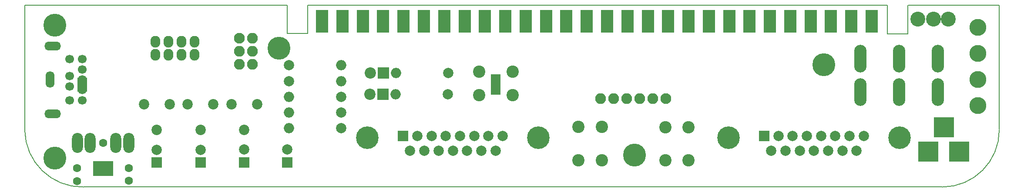
<source format=gbs>
G04 #@! TF.FileFunction,Soldermask,Bot*
%FSLAX46Y46*%
G04 Gerber Fmt 4.6, Leading zero omitted, Abs format (unit mm)*
G04 Created by KiCad (PCBNEW 4.0.7) date 05/21/21 15:04:17*
%MOMM*%
%LPD*%
G01*
G04 APERTURE LIST*
%ADD10C,0.100000*%
%ADD11C,0.150000*%
%ADD12C,1.600000*%
%ADD13R,3.900000X2.900000*%
%ADD14O,2.150000X3.900000*%
%ADD15C,3.300000*%
%ADD16R,3.900000X3.900000*%
%ADD17R,2.000000X2.000000*%
%ADD18C,2.000000*%
%ADD19C,4.400000*%
%ADD20C,4.464000*%
%ADD21R,2.200000X2.200000*%
%ADD22C,2.200000*%
%ADD23O,2.000000X2.000000*%
%ADD24R,2.400000X4.400000*%
%ADD25C,2.400000*%
%ADD26R,1.900000X1.400000*%
%ADD27O,1.900000X2.300000*%
%ADD28C,2.900000*%
%ADD29C,2.020000*%
%ADD30C,2.100000*%
%ADD31O,2.100000X2.100000*%
%ADD32O,2.400000X5.400000*%
%ADD33O,3.200000X1.700000*%
%ADD34C,1.700000*%
%ADD35O,1.700000X3.200000*%
G04 APERTURE END LIST*
D10*
D11*
X244827000Y-120403000D02*
X77789000Y-120403000D01*
X255937000Y-84980000D02*
X255937000Y-109124000D01*
X238205000Y-84963000D02*
X255937000Y-84963000D01*
X238174000Y-90527000D02*
X238174000Y-84957000D01*
X244851000Y-120412000D02*
G75*
G03X255943000Y-109264000I-28000J11120000D01*
G01*
X66349000Y-109342000D02*
G75*
G03X77749000Y-120406000I11232000J168000D01*
G01*
X66349000Y-84935000D02*
X66349000Y-109258000D01*
X234151000Y-90527000D02*
X234151000Y-84957000D01*
X121369000Y-84970000D02*
X121369000Y-90500000D01*
X117402000Y-84931000D02*
X117402000Y-90497000D01*
X117398000Y-84931000D02*
X66355000Y-84931000D01*
X238164000Y-90525000D02*
X234144000Y-90525000D01*
X121369000Y-84960000D02*
X234149000Y-84960000D01*
X117399000Y-90500000D02*
X121369000Y-90500000D01*
D12*
X76557000Y-116710000D03*
X76547000Y-119240000D03*
X86607000Y-119200000D03*
X86577000Y-116710000D03*
D13*
X81567000Y-116786000D03*
D14*
X76567000Y-111780000D03*
X86567000Y-111780000D03*
X79067000Y-111780000D03*
X84067000Y-111780000D03*
D12*
X81567000Y-111850000D03*
D15*
X251784000Y-89312000D03*
X251784000Y-94392000D03*
X251784000Y-99472000D03*
X251784000Y-104552000D03*
D16*
X242152000Y-113479000D03*
X248152000Y-113479000D03*
X245152000Y-108779000D03*
D17*
X92000000Y-115625000D03*
D18*
X92000000Y-113125000D03*
D17*
X139937000Y-110454000D03*
D18*
X142707000Y-110454000D03*
X145477000Y-110454000D03*
X148247000Y-110454000D03*
X151017000Y-110454000D03*
X153787000Y-110454000D03*
X156557000Y-110454000D03*
X159327000Y-110454000D03*
X141322000Y-113294000D03*
X144092000Y-113294000D03*
X146862000Y-113294000D03*
X149632000Y-113294000D03*
X152402000Y-113294000D03*
X155172000Y-113294000D03*
X157942000Y-113294000D03*
D19*
X132982000Y-110754000D03*
X166282000Y-110754000D03*
D20*
X184982000Y-114175000D03*
D17*
X210187000Y-110454000D03*
D18*
X212957000Y-110454000D03*
X215727000Y-110454000D03*
X218497000Y-110454000D03*
X221267000Y-110454000D03*
X224037000Y-110454000D03*
X226807000Y-110454000D03*
X229577000Y-110454000D03*
X211572000Y-113294000D03*
X214342000Y-113294000D03*
X217112000Y-113294000D03*
X219882000Y-113294000D03*
X222652000Y-113294000D03*
X225422000Y-113294000D03*
X228192000Y-113294000D03*
D19*
X203232000Y-110754000D03*
X236532000Y-110754000D03*
D17*
X100550000Y-115625000D03*
D18*
X100550000Y-113125000D03*
D17*
X109050000Y-115600000D03*
D18*
X109050000Y-113100000D03*
D21*
X136067000Y-102326000D03*
D22*
X133527000Y-102326000D03*
D18*
X148686000Y-102328000D03*
D23*
X138526000Y-102328000D03*
D18*
X148697000Y-98209000D03*
D23*
X138537000Y-98209000D03*
D18*
X117775000Y-99775000D03*
D23*
X127935000Y-99775000D03*
D18*
X127903000Y-105855000D03*
D23*
X117743000Y-105855000D03*
D18*
X127900000Y-102800000D03*
D23*
X117740000Y-102800000D03*
D18*
X127900000Y-108900000D03*
D23*
X117740000Y-108900000D03*
D21*
X136108000Y-98195000D03*
D22*
X133568000Y-98195000D03*
D18*
X117775000Y-96698000D03*
D23*
X127935000Y-96698000D03*
D17*
X117450000Y-115600000D03*
D18*
X117450000Y-113100000D03*
D20*
X72158000Y-114744000D03*
D24*
X124197000Y-88124000D03*
X128157000Y-88124000D03*
X132117000Y-88124000D03*
X136077000Y-88124000D03*
X140037000Y-88124000D03*
X143997000Y-88124000D03*
X147957000Y-88124000D03*
X151917000Y-88124000D03*
X155877000Y-88124000D03*
X159837000Y-88124000D03*
X163797000Y-88124000D03*
X167757000Y-88124000D03*
X171717000Y-88124000D03*
X175677000Y-88124000D03*
X179637000Y-88124000D03*
X183597000Y-88124000D03*
X187557000Y-88124000D03*
X191517000Y-88124000D03*
X195477000Y-88124000D03*
X199437000Y-88124000D03*
X203397000Y-88124000D03*
X207357000Y-88124000D03*
X211317000Y-88124000D03*
X215277000Y-88124000D03*
X219237000Y-88124000D03*
X223197000Y-88124000D03*
X227157000Y-88124000D03*
X231117000Y-88124000D03*
D25*
X154732000Y-102458000D03*
X154732000Y-97958000D03*
X161232000Y-102458000D03*
X161232000Y-97958000D03*
X174092000Y-108712000D03*
X178592000Y-108712000D03*
X174092000Y-115212000D03*
X178592000Y-115212000D03*
X190958000Y-108732000D03*
X195458000Y-108732000D03*
X190958000Y-115232000D03*
X195458000Y-115232000D03*
D20*
X115825000Y-93375000D03*
D26*
X157947000Y-99127000D03*
X157947000Y-100427000D03*
X157945000Y-100440000D03*
X157945000Y-101740000D03*
D20*
X221800000Y-96550000D03*
D27*
X99418000Y-94595000D03*
X99418000Y-92055000D03*
X96878000Y-94595000D03*
X96878000Y-92055000D03*
X94338000Y-94595000D03*
X94338000Y-92055000D03*
X91798000Y-92055000D03*
X91798000Y-94595000D03*
D28*
X240118000Y-87694000D03*
X243098000Y-87694000D03*
X246058000Y-87694000D03*
D29*
X94541000Y-104305000D03*
X92041000Y-109305000D03*
X89541000Y-104305000D03*
X103041000Y-104305000D03*
X100541000Y-109305000D03*
X98041000Y-104305000D03*
X111541000Y-104305000D03*
X109041000Y-109305000D03*
X106541000Y-104305000D03*
D30*
X108124000Y-91389000D03*
D31*
X110664000Y-91389000D03*
X108124000Y-93929000D03*
X110664000Y-93929000D03*
X108124000Y-96469000D03*
X110664000Y-96469000D03*
D30*
X191110000Y-103182000D03*
D31*
X188570000Y-103182000D03*
X186030000Y-103182000D03*
X183490000Y-103182000D03*
X180950000Y-103182000D03*
X178410000Y-103182000D03*
D32*
X243950000Y-95417000D03*
X243950000Y-101917000D03*
X236450000Y-95417000D03*
X236450000Y-101917000D03*
X228950000Y-95417000D03*
X228950000Y-101917000D03*
D20*
X72200000Y-88850000D03*
D26*
X77525000Y-101125000D03*
X77525000Y-99825000D03*
D33*
X71800000Y-106165000D03*
X71800000Y-92905000D03*
D34*
X77550000Y-99475000D03*
X77550000Y-97475000D03*
X77550000Y-101475000D03*
X77550000Y-95475000D03*
X77550000Y-103475000D03*
X75050000Y-98775000D03*
X75050000Y-100775000D03*
X75050000Y-103475000D03*
X75050000Y-95475000D03*
D35*
X71250000Y-99475000D03*
M02*

</source>
